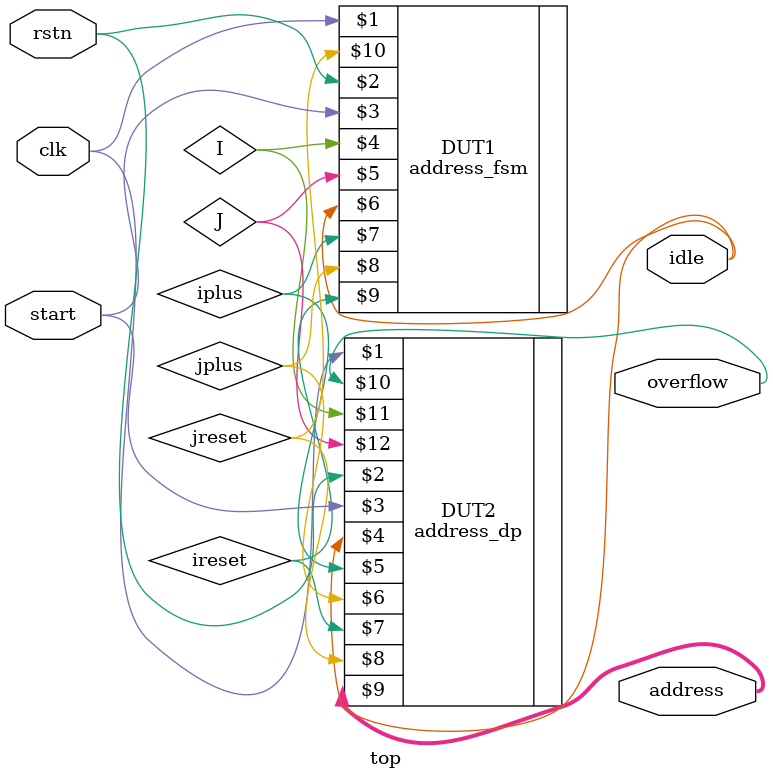
<source format=sv>
`timescale 1ns / 1ps


module top  #(parameter A=3, parameter B=4, parameter C=6,parameter D=2,parameter E=1,parameter ADDR_WIDTH=3)
(
     input logic clk,
     input logic rstn,
     input logic start,
     output logic idle,
     //output logic [ADDR_WIDTH-1:0] address,
     output logic [31:0] address,
     output logic overflow
 );
    
     logic I;//i<C I=1
     logic J;//j<B, J=1
     logic iplus;//i=i+1
     logic jplus;//j=j+1
     logic ireset;//i=0
     logic jreset;//j=0
    
    address_fsm DUT1(clk,rstn,start,I,J,idle,iplus,jplus,ireset,jreset);
    address_dp DUT2(clk,rstn,start,idle,iplus,jplus,ireset,jreset,address,overflow,I,J);


endmodule
</source>
